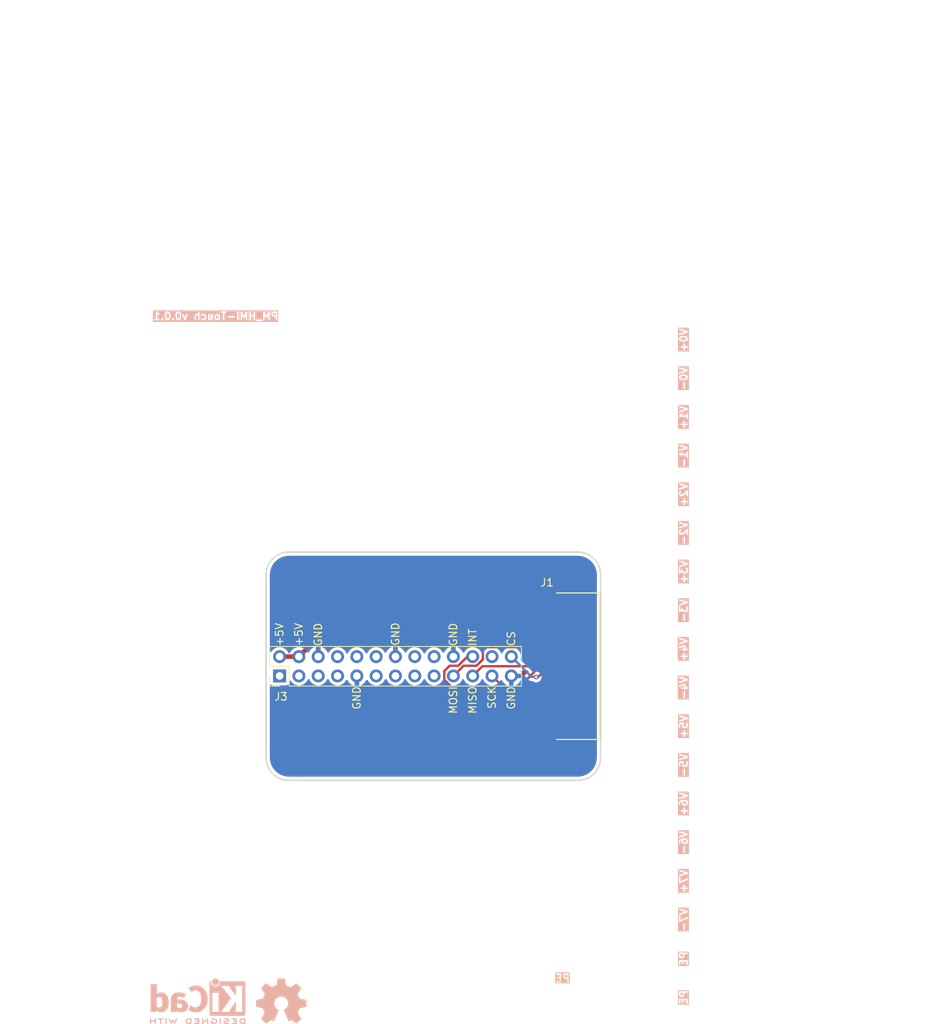
<source format=kicad_pcb>
(kicad_pcb (version 20241229) (generator "pcbnew") (generator_version "9.0")
  (title_block (title "${article} v${version}"))
  (layers (0 "F.Cu" signal) (2 "B.Cu" signal) (13 "F.Paste" user) (15 "B.Paste" user) (5 "F.SilkS" user "F.Silkscreen") (7 "B.SilkS" user "B.Silkscreen") (1 "F.Mask" user) (3 "B.Mask" user) (25 "Edge.Cuts" user))
  (property "article" "PM_HMI-Touch")
  (property "version" "0.0.1")
  (net 0 "")
  (net 19 "+5V")
  (net 20 "/INT")
  (net 21 "GND")
  (net 22 "/MOSI")
  (net 23 "/CS")
  (net 24 "/MISO")
  (net 25 "/SCK")
  (footprint "kicad_inventree_lib:CONN10_AFA07-S12_JUS" (layer "F.Cu") (at 89 100 90)
    (property "Reference" "J1" (at 11 -5 0) (layer "F.SilkS") (effects (justify left)))
    (property "Value" "AFA07-S12FCC-00")
    (pad "1" smd rect (at -5.499992 -3.556 90) (size 0.635 1.8034) (layers "F.Cu" "F.Mask" "F.Paste") (net 21 "GND"))
    (pad "2" smd rect (at -4.499994 -3.556 90) (size 0.635 1.8034) (layers "F.Cu" "F.Mask" "F.Paste") (net 20 "/INT"))
    (pad "3" smd rect (at -3.499996 -3.556 90) (size 0.635 1.8034) (layers "F.Cu" "F.Mask" "F.Paste"))
    (pad "4" smd rect (at -2.499998 -3.556 90) (size 0.635 1.8034) (layers "F.Cu" "F.Mask" "F.Paste"))
    (pad "5" smd rect (at -1.5 -3.556 90) (size 0.635 1.8034) (layers "F.Cu" "F.Mask" "F.Paste"))
    (pad "6" smd rect (at -0.5 -3.556 90) (size 0.635 1.8034) (layers "F.Cu" "F.Mask" "F.Paste") (net 23 "/CS"))
    (pad "7" smd rect (at 0.5 -3.556 90) (size 0.635 1.8034) (layers "F.Cu" "F.Mask" "F.Paste") (net 25 "/SCK"))
    (pad "8" smd rect (at 1.5 -3.556 90) (size 0.635 1.8034) (layers "F.Cu" "F.Mask" "F.Paste") (net 24 "/MISO"))
    (pad "9" smd rect (at 2.499998 -3.556 90) (size 0.635 1.8034) (layers "F.Cu" "F.Mask" "F.Paste") (net 22 "/MOSI"))
    (pad "10" smd rect (at 3.499996 -3.556 90) (size 0.635 1.8034) (layers "F.Cu" "F.Mask" "F.Paste"))
    (pad "11" smd rect (at 4.499994 -3.556 90) (size 0.635 1.8034) (layers "F.Cu" "F.Mask" "F.Paste") (net 19 "+5V"))
    (pad "12" smd rect (at 5.499992 -3.556 90) (size 0.635 1.8034) (layers "F.Cu" "F.Mask" "F.Paste") (net 21 "GND"))
    (pad "13" smd rect (at -7.850003 -1.385999 90) (size 2.5908 2.9972) (layers "F.Cu" "F.Mask" "F.Paste") (net 21 "GND"))
    (pad "13" smd rect (at 7.850003 -1.385999 90) (size 2.5908 2.9972) (layers "F.Cu" "F.Mask" "F.Paste") (net 21 "GND"))
  )
  (footprint "Connector_PinHeader_2.54mm:PinHeader_2x13_P2.54mm_Vertical" (layer "F.Cu") (at 49.775 101.275 90)
    (property "Reference" "J3" (at -2.725 -0.775 180) (layer "F.SilkS") (effects (justify left)))
    (property "Value" "PinHeader_02x13_P2.54_THT_straight")
    (pad "1" thru_hole rect (at 0 0 90) (size 1.7 1.7) (drill 1) (layers "*.Cu" "*.Mask"))
    (pad "2" thru_hole oval (at 2.54 0 90) (size 1.7 1.7) (drill 1) (layers "*.Cu" "*.Mask") (net 19 "+5V"))
    (pad "3" thru_hole oval (at 0 2.54 90) (size 1.7 1.7) (drill 1) (layers "*.Cu" "*.Mask"))
    (pad "4" thru_hole oval (at 2.54 2.54 90) (size 1.7 1.7) (drill 1) (layers "*.Cu" "*.Mask") (net 19 "+5V"))
    (pad "5" thru_hole oval (at 0 5.08 90) (size 1.7 1.7) (drill 1) (layers "*.Cu" "*.Mask"))
    (pad "6" thru_hole oval (at 2.54 5.08 90) (size 1.7 1.7) (drill 1) (layers "*.Cu" "*.Mask") (net 21 "GND"))
    (pad "7" thru_hole oval (at 0 7.62 90) (size 1.7 1.7) (drill 1) (layers "*.Cu" "*.Mask"))
    (pad "8" thru_hole oval (at 2.54 7.62 90) (size 1.7 1.7) (drill 1) (layers "*.Cu" "*.Mask"))
    (pad "9" thru_hole oval (at 0 10.16 90) (size 1.7 1.7) (drill 1) (layers "*.Cu" "*.Mask") (net 21 "GND"))
    (pad "10" thru_hole oval (at 2.54 10.16 90) (size 1.7 1.7) (drill 1) (layers "*.Cu" "*.Mask"))
    (pad "11" thru_hole oval (at 0 12.7 90) (size 1.7 1.7) (drill 1) (layers "*.Cu" "*.Mask"))
    (pad "12" thru_hole oval (at 2.54 12.7 90) (size 1.7 1.7) (drill 1) (layers "*.Cu" "*.Mask"))
    (pad "13" thru_hole oval (at 0 15.24 90) (size 1.7 1.7) (drill 1) (layers "*.Cu" "*.Mask"))
    (pad "14" thru_hole oval (at 2.54 15.24 90) (size 1.7 1.7) (drill 1) (layers "*.Cu" "*.Mask") (net 21 "GND"))
    (pad "15" thru_hole oval (at 0 17.78 90) (size 1.7 1.7) (drill 1) (layers "*.Cu" "*.Mask"))
    (pad "16" thru_hole oval (at 2.54 17.78 90) (size 1.7 1.7) (drill 1) (layers "*.Cu" "*.Mask"))
    (pad "17" thru_hole oval (at 0 20.32 90) (size 1.7 1.7) (drill 1) (layers "*.Cu" "*.Mask"))
    (pad "18" thru_hole oval (at 2.54 20.32 90) (size 1.7 1.7) (drill 1) (layers "*.Cu" "*.Mask"))
    (pad "19" thru_hole oval (at 0 22.86 90) (size 1.7 1.7) (drill 1) (layers "*.Cu" "*.Mask") (net 22 "/MOSI"))
    (pad "20" thru_hole oval (at 2.54 22.86 90) (size 1.7 1.7) (drill 1) (layers "*.Cu" "*.Mask") (net 21 "GND"))
    (pad "21" thru_hole oval (at 0 25.4 90) (size 1.7 1.7) (drill 1) (layers "*.Cu" "*.Mask") (net 24 "/MISO"))
    (pad "22" thru_hole oval (at 2.54 25.4 90) (size 1.7 1.7) (drill 1) (layers "*.Cu" "*.Mask") (net 20 "/INT"))
    (pad "23" thru_hole oval (at 0 27.94 90) (size 1.7 1.7) (drill 1) (layers "*.Cu" "*.Mask") (net 25 "/SCK"))
    (pad "24" thru_hole oval (at 2.54 27.94 90) (size 1.7 1.7) (drill 1) (layers "*.Cu" "*.Mask"))
    (pad "25" thru_hole oval (at 0 30.48 90) (size 1.7 1.7) (drill 1) (layers "*.Cu" "*.Mask") (net 21 "GND"))
    (pad "26" thru_hole oval (at 2.54 30.48 90) (size 1.7 1.7) (drill 1) (layers "*.Cu" "*.Mask") (net 23 "/CS"))
  )
  (footprint "Symbol:KiCad-Logo2_5mm_SilkScreen" (layer "B.Cu") (at 39 144 180)
    (property "Reference" "kicad_logo" (hide yes))
    (property "Value" "KiCad-Logo2_5mm_SilkScreen" (hide yes))
  )
  (footprint "Symbol:OSHW-Symbol_6.7x6mm_SilkScreen" (layer "B.Cu") (at 50 144 180)
    (property "Reference" "oshw_logo" (hide yes))
    (property "Value" "OSHW-Symbol_6.7x6mm_SilkScreen" (hide yes))
  )
  (gr_line (start 89 85) (end 51 85) (stroke (width 0.2)) (layer "Edge.Cuts"))
  (gr_line (start 89 115) (end 51 115) (stroke (width 0.2)) (layer "Edge.Cuts"))
  (gr_arc (start 48 88) (mid 48.87868 85.87868) (end 51 85) (stroke (width 0.2)) (layer "Edge.Cuts"))
  (gr_arc (start 51 115) (mid 48.87868 114.12132) (end 48 112) (stroke (width 0.2)) (layer "Edge.Cuts"))
  (gr_arc (start 92 112) (mid 91.12132 114.12132) (end 89 115) (stroke (width 0.2)) (layer "Edge.Cuts"))
  (gr_line (start 92 88) (end 92 112) (stroke (width 0.2)) (layer "Edge.Cuts"))
  (gr_line (start 48 88) (end 48 112) (stroke (width 0.2)) (layer "Edge.Cuts"))
  (gr_arc (start 89 85) (mid 91.12132 85.87868) (end 92 88) (stroke (width 0.2)) (layer "Edge.Cuts"))
  (gr_text "SCK" (at 77.7 102.54 90) (layer "F.SilkS") (effects (font (size 1 1)) (justify right)))
  (gr_text "CS" (at 80.24 97.46 90) (layer "F.SilkS") (effects (font (size 1 1)) (justify left)))
  (gr_text "+5V" (at 52.3 97.46 90) (layer "F.SilkS") (effects (font (size 1 1)) (justify left)))
  (gr_text "GND" (at 72.62 97.46 90) (layer "F.SilkS") (effects (font (size 1 1)) (justify left)))
  (gr_text "MOSI" (at 72.62 102.54 90) (layer "F.SilkS") (effects (font (size 1 1)) (justify right)))
  (gr_text "MISO" (at 75.16 102.54 90) (layer "F.SilkS") (effects (font (size 1 1)) (justify right)))
  (gr_text "PE" (at 87 141 0) (layer "F.SilkS" knockout) (effects (font (size 1 1) (thickness 0.2) (bold yes))))
  (gr_text "GND" (at 65.015 97.405 90) (layer "F.SilkS") (effects (font (size 1 1)) (justify left)))
  (gr_text "GND" (at 59.92 102.54 90) (layer "F.SilkS") (effects (font (size 1 1)) (justify right)))
  (gr_text "GND" (at 54.84 97.46 90) (layer "F.SilkS") (effects (font (size 1 1)) (justify left)))
  (gr_text "INT" (at 75.16 97.46 90) (layer "F.SilkS") (effects (font (size 1 1)) (justify left)))
  (gr_text "+5V" (at 49.76 97.46 90) (layer "F.SilkS") (effects (font (size 1 1)) (justify left)))
  (gr_text "GND" (at 80.24 102.54 90) (layer "F.SilkS") (effects (font (size 1 1)) (justify right)))
  (gr_text "V1+" (at 102.94 67.31 90) (layer "B.SilkS" knockout) (effects (font (size 1 1) (thickness 0.2) (bold yes)) (justify mirror)))
  (gr_text "V7-" (at 102.94 133.35 90) (layer "B.SilkS" knockout) (effects (font (size 1 1) (thickness 0.2) (bold yes)) (justify mirror)))
  (gr_text "V2-" (at 102.94 82.55 90) (layer "B.SilkS" knockout) (effects (font (size 1 1) (thickness 0.2) (bold yes)) (justify mirror)))
  (gr_text "V5+" (at 102.94 107.95 90) (layer "B.SilkS" knockout) (effects (font (size 1 1) (thickness 0.2) (bold yes)) (justify mirror)))
  (gr_text "V1-" (at 102.94 72.39 90) (layer "B.SilkS" knockout) (effects (font (size 1 1) (thickness 0.2) (bold yes)) (justify mirror)))
  (gr_text "PE" (at 102.94 138.43 90) (layer "B.SilkS" knockout) (effects (font (size 1 1) (thickness 0.2) (bold yes)) (justify mirror)))
  (gr_text "V4+" (at 102.94 97.79 90) (layer "B.SilkS" knockout) (effects (font (size 1 1) (thickness 0.2) (bold yes)) (justify mirror)))
  (gr_text "V7+" (at 102.94 128.27 90) (layer "B.SilkS" knockout) (effects (font (size 1 1) (thickness 0.2) (bold yes)) (justify mirror)))
  (gr_text "V3-" (at 102.94 92.71 90) (layer "B.SilkS" knockout) (effects (font (size 1 1) (thickness 0.2) (bold yes)) (justify mirror)))
  (gr_text "V6-" (at 102.94 123.19 90) (layer "B.SilkS" knockout) (effects (font (size 1 1) (thickness 0.2) (bold yes)) (justify mirror)))
  (gr_text "V3+" (at 102.94 87.63 90) (layer "B.SilkS" knockout) (effects (font (size 1 1) (thickness 0.2) (bold yes)) (justify mirror)))
  (gr_text "V0-" (at 102.94 62.23 90) (layer "B.SilkS" knockout) (effects (font (size 1 1) (thickness 0.2) (bold yes)) (justify mirror)))
  (gr_text "V0+" (at 102.94 57.15 90) (layer "B.SilkS" knockout) (effects (font (size 1 1) (thickness 0.2) (bold yes)) (justify mirror)))
  (gr_text "PE" (at 102.94 143.51 90) (layer "B.SilkS" knockout) (effects (font (size 1 1) (thickness 0.2) (bold yes)) (justify mirror)))
  (gr_text "V6+" (at 102.94 118.11 90) (layer "B.SilkS" knockout) (effects (font (size 1 1) (thickness 0.2) (bold yes)) (justify mirror)))
  (gr_text "V4-" (at 102.94 102.87 90) (layer "B.SilkS" knockout) (effects (font (size 1 1) (thickness 0.2) (bold yes)) (justify mirror)))
  (gr_text "${article} v${version}" (at 33 54 0) (layer "B.SilkS" knockout) (effects (font (size 1 1) (thickness 0.2) (bold yes)) (justify right mirror)))
  (gr_text "V5-" (at 102.94 113.03 90) (layer "B.SilkS" knockout) (effects (font (size 1 1) (thickness 0.2) (bold yes)) (justify mirror)))
  (gr_text "V2+" (at 102.94 77.47 90) (layer "B.SilkS" knockout) (effects (font (size 1 1) (thickness 0.2) (bold yes)) (justify mirror)))
  (gr_text "PE" (at 87 141 -0) (layer "B.SilkS" knockout) (effects (font (size 1 1) (thickness 0.2) (bold yes)) (justify mirror)))
  (segment (start 55.549994 95.500006) (end 85.444 95.500006) (width 0.6) (layer "F.Cu") (net 19))
  (segment (start 52.315 98.735) (end 55.549994 95.500006) (width 0.6) (layer "F.Cu") (net 19))
  (segment (start 52.315 98.735) (end 49.775 98.735) (width 0.6) (layer "F.Cu") (net 19))
  (segment (start 73.26548 99.936) (end 74.46648 98.735) (width 0.3) (layer "F.Cu") (net 20))
  (segment (start 71.434 100.639529) (end 72.137529 99.936) (width 0.3) (layer "F.Cu") (net 20))
  (segment (start 71.434 101.772471) (end 71.434 100.639529) (width 0.3) (layer "F.Cu") (net 20))
  (segment (start 72.137529 99.936) (end 73.26548 99.936) (width 0.3) (layer "F.Cu") (net 20))
  (segment (start 74.161523 104.499994) (end 71.434 101.772471) (width 0.3) (layer "F.Cu") (net 20))
  (segment (start 74.46648 98.735) (end 75.175 98.735) (width 0.3) (layer "F.Cu") (net 20))
  (segment (start 85.444 104.499994) (end 74.161523 104.499994) (width 0.3) (layer "F.Cu") (net 20))
  (segment (start 85.444 97.500002) (end 76.999998 97.500002) (width 0.3) (layer "F.Cu") (net 22))
  (segment (start 76.999998 97.500002) (end 76.514 97.986) (width 0.3) (layer "F.Cu") (net 22))
  (segment (start 75.672471 99.936) (end 73.973999 99.936) (width 0.3) (layer "F.Cu") (net 22))
  (segment (start 73.973999 99.936) (end 72.635 101.275) (width 0.3) (layer "F.Cu") (net 22))
  (segment (start 76.514 99.094471) (end 75.672471 99.936) (width 0.3) (layer "F.Cu") (net 22))
  (segment (start 76.514 97.986) (end 76.514 99.094471) (width 0.3) (layer "F.Cu") (net 22))
  (segment (start 83.77898 101.42102) (end 84.7 100.5) (width 0.3) (layer "F.Cu") (net 23))
  (segment (start 83.52102 101.42102) (end 83.77898 101.42102) (width 0.3) (layer "F.Cu") (net 23))
  (segment (start 84.7 100.5) (end 85.444 100.5) (width 0.3) (layer "F.Cu") (net 23))
  (via (at 83.52102 101.42102) (size 0.6) (drill 0.3) (layers "F.Cu" "B.Cu") (net 23))
  (segment (start 83.52102 101.42102) (end 83.5 101.4) (width 0.3) (layer "B.Cu") (net 23))
  (segment (start 83.5 101.4) (end 82.92 101.4) (width 0.3) (layer "B.Cu") (net 23))
  (segment (start 82.92 101.4) (end 80.255 98.735) (width 0.3) (layer "B.Cu") (net 23))
  (segment (start 84.728471 98.5) (end 83.228471 100) (width 0.3) (layer "F.Cu") (net 24))
  (segment (start 85.444 98.5) (end 84.728471 98.5) (width 0.3) (layer "F.Cu") (net 24))
  (segment (start 83.228471 100) (end 76.45 100) (width 0.3) (layer "F.Cu") (net 24))
  (segment (start 76.45 100) (end 75.175 101.275) (width 0.3) (layer "F.Cu") (net 24))
  (segment (start 84.5228 99.5) (end 85.444 99.5) (width 0.3) (layer "F.Cu") (net 25))
  (segment (start 81.2228 102.8) (end 84.5228 99.5) (width 0.3) (layer "F.Cu") (net 25))
  (segment (start 79.24 102.8) (end 81.2228 102.8) (width 0.3) (layer "F.Cu") (net 25))
  (segment (start 77.715 101.275) (end 79.24 102.8) (width 0.3) (layer "F.Cu") (net 25))
  (segment (start 77.9 101.46) (end 77.715 101.275) (width 0.3) (layer "B.Cu") (net 25))
  (zone (net 21) (net_name "GND") (layers "F.Cu" "B.Cu") (connect_pads (clearance 0.4)) (min_thickness 0.25) (fill yes (thermal_gap 0.5) (thermal_bridge_width 0.6))
    (polygon (pts (xy 48 85) (xy 92 85) (xy 92 115) (xy 48 115)))
  )
)
</source>
